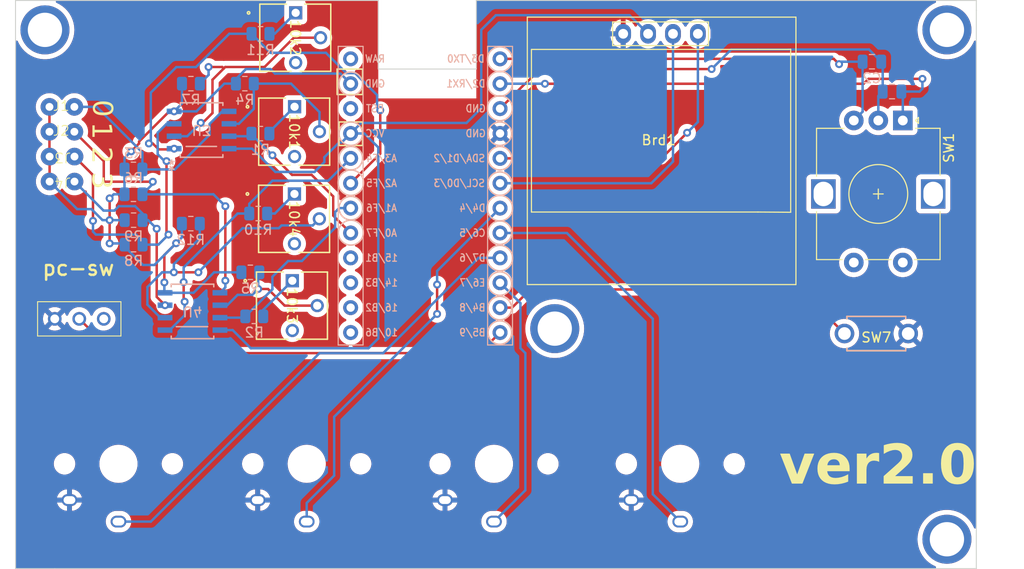
<source format=kicad_pcb>
(kicad_pcb (version 20221018) (generator pcbnew)
  (layers (0 "F.Cu" signal) (31 "B.Cu" signal) (34 "B.Paste" user) (35 "F.Paste" user) (36 "B.SilkS" user "B.Silkscreen") (37 "F.SilkS" user "F.Silkscreen") (38 "B.Mask" user) (39 "F.Mask" user) (44 "Edge.Cuts" user))
  (net 0 "")
  (net 1 "Net-(10k1-Pad1)")
  (net 2 "Net-(10k2-Pad1)")
  (net 3 "Net-(10k3-Pad1)")
  (net 4 "Net-(10k4-Pad1)")
  (net 5 "Net-(Brd1-SDA)")
  (net 6 "Net-(Brd1-SCL)")
  (net 7 "Net-(Brd1-GND)")
  (net 8 "Net-(Brd1-VCC)")
  (net 9 "Net-(C1-Pad1)")
  (net 10 "Net-(U1-D2{slash}RX1)")
  (net 11 "Net-(J1-Pin_1)")
  (net 12 "Net-(J1-Pin_2)")
  (net 13 "Net-(J2-Pin_2)")
  (net 14 "Net-(U3-BINPUT-)")
  (net 15 "Net-(U3-AINPUT-)")
  (net 17 "Net-(SW2-B)")
  (net 18 "Net-(U1-D7{slash}6)")
  (net 19 "Net-(U1-C6{slash}5)")
  (net 20 "Net-(U1-D4{slash}4)")
  (net 21 "Net-(U1-E6{slash}7)")
  (net 22 "Net-(U1-B4{slash}8)")
  (net 29 "Net-(U4-BINPUT-)")
  (net 30 "Net-(U4-AINPUT-)")
  (net 31 "Net-(U1-D3{slash}TX0)")
  (net 32 "Net-(J3-Pin_1)")
  (net 33 "Net-(J4-Pin_1)")
  (net 34 "Net-(U1-A0{slash}F7)")
  (net 35 "Net-(U1-A1{slash}F6)")
  (net 36 "Net-(U1-A3{slash}F4)")
  (net 37 "Net-(U1-A2{slash}F5)")
  (footprint "Rotary_Encoder:RotaryEncoder_Alps_EC12E-Switch_Vertical_H20mm" (layer "F.Cu") (at 260.6875 77.35 -90)
    (fp_text reference "SW1")
    (fp_text value "RotaryEncoder")
  )
  (footprint "Library 自作:3362P" (layer "F.Cu") (at 198.76 66.36 -90)
    (fp_text reference "10k2")
    (fp_text value "Varistor")
  )
  (footprint "Library 自作:3362P" (layer "F.Cu") (at 198.6475 75.9487 -90)
    (fp_text reference "10k1")
    (fp_text value "Varistor")
  )
  (footprint "keyboard:SW_PUSH_6x3mm" (layer "F.Cu") (at 257.9875 99.1)
    (fp_text reference "SW7")
    (fp_text value "SW_Push")
  )
  (footprint "Library 自作:2pin" (layer "F.Cu") (at 175.0025 83.185 180)
    (fp_text reference "J4")
    (fp_text value "Conn_01x02_Pin")
  )
  (footprint "keyboard:Kailh_Choc_V1" (layer "F.Cu") (at 237.9875 112.4)
    (fp_text reference "SW4")
    (fp_text value "SW_Push")
  )
  (footprint "" (layer "F.Cu") (at 265.1875 68.1)
    (fp_text reference "")
    (fp_text value "")
  )
  (footprint "keyboard:Kailh_Choc_V1" (layer "F.Cu") (at 199.8875 112.4)
    (fp_text reference "SW5")
    (fp_text value "SW_Push")
  )
  (footprint "Library 自作:2pin" (layer "F.Cu") (at 174.8475 78.9)
    (fp_text reference "J2")
    (fp_text value "Conn_01x02_Pin")
  )
  (footprint "Library 自作:128x64OLED2" (layer "F.Cu") (at 235.7875 79.1)
    (fp_text reference "Brd1")
    (fp_text value "SSD1306")
  )
  (footprint "keyboard:Kailh_Choc_V1" (layer "F.Cu") (at 180.6875 112.4)
    (fp_text reference "SW3")
    (fp_text value "SW_Push")
  )
  (footprint "Library 自作:SS12D00G3" (layer "F.Cu") (at 176.6875 97.6 180)
    (fp_text reference "SW2" hide)
    (fp_text value "SW_SPDT_321" hide)
  )
  (footprint "Library 自作:2pin" (layer "F.Cu") (at 175.0025 80.635 180)
    (fp_text reference "J3")
    (fp_text value "Conn_01x02_Pin")
  )
  (footprint "keyboard:Kailh_Choc_V1" (layer "F.Cu") (at 218.9875 112.4)
    (fp_text reference "SW6")
    (fp_text value "SW_Push")
  )
  (footprint "Library 自作:2pin" (layer "F.Cu") (at 174.8475 76.36)
    (fp_text reference "J1")
    (fp_text value "Conn_01x02_Pin")
  )
  (footprint "Library 自作:3362P" (layer "F.Cu") (at 198.4201 93.71 -90)
    (fp_text reference "10k3")
    (fp_text value "Varistor")
  )
  (footprint "Library 自作:3362P" (layer "F.Cu") (at 198.6375 84.85 -90)
    (fp_text reference "10k4")
    (fp_text value "Varistor")
  )
  (footprint "Library nezi:m3 nezi" (layer "F.Cu") (at 272.8075 122.64)
    (fp_text reference "J2" hide)
    (fp_text value "Conn_02x05" hide)
  )
  (footprint "" (layer "F.Cu") (at 173.1875 68.1)
    (fp_text reference "")
    (fp_text value "")
  )
  (footprint "" (layer "F.Cu") (at 225.1875 98.6)
    (fp_text reference "")
    (fp_text value "")
  )
  (footprint "Library opeanpu:NJR-SOP8_NJR" (layer "B.Cu") (at 188.23715 96.845)
    (fp_text reference "U4")
    (fp_text value "NJM4580E-ND")
  )
  (footprint "Resistor_SMD:R_0805_2012Metric" (layer "B.Cu") (at 188.0774 73.5887)
    (fp_text reference "R7")
    (fp_text value "10k")
  )
  (footprint "Resistor_SMD:R_0805_2012Metric" (layer "B.Cu") (at 194.9375 86.85)
    (fp_text reference "R10")
    (fp_text value "10k")
  )
  (footprint "Resistor_SMD:R_0805_2012Metric" (layer "B.Cu") (at 195.1774 68.5)
    (fp_text reference "R11")
    (fp_text value "10k")
  )
  (footprint "Resistor_SMD:R_0805_2012Metric" (layer "B.Cu") (at 195.1649 78.6887)
    (fp_text reference "R1")
    (fp_text value "10k")
  )
  (footprint "Resistor_SMD:R_0805_2012Metric" (layer "B.Cu") (at 194.5375 97.35)
    (fp_text reference "R2")
    (fp_text value "10k")
  )
  (footprint "keyboard:ProMicro" (layer "B.Cu") (at 211.9875 83.756 180)
    (fp_text reference "U1" hide)
    (fp_text value "ProMicro" hide)
  )
  (footprint "Resistor_SMD:R_0805_2012Metric" (layer "B.Cu") (at 188.06625 87.88)
    (fp_text reference "R12")
    (fp_text value "10k")
  )
  (footprint "Resistor_SMD:R_0805_2012Metric" (layer "B.Cu") (at 182.23 87.525)
    (fp_text reference "R9")
    (fp_text value "R")
  )
  (footprint "Capacitor_SMD:C_0805_2012Metric" (layer "B.Cu") (at 259.5875 74.4)
    (fp_text reference "C1" hide)
    (fp_text value "C")
  )
  (footprint "Resistor_SMD:R_0805_2012Metric" (layer "B.Cu") (at 194.1375 92.85)
    (fp_text reference "R5")
    (fp_text value "10k")
  )
  (footprint "Resistor_SMD:R_0805_2012Metric" (layer "B.Cu") (at 182.215 84.885 180)
    (fp_text reference "R6")
    (fp_text value "R")
  )
  (footprint "Resistor_SMD:R_0805_2012Metric" (layer "B.Cu") (at 193.5774 73.5887)
    (fp_text reference "R4")
    (fp_text value "10k")
  )
  (footprint "Library opeanpu:NJR-SOP8_NJR" (layer "B.Cu") (at 189.16455 78.3237)
    (fp_text reference "U3")
    (fp_text value "NJM4580E-ND")
  )
  (footprint "Capacitor_SMD:C_0805_2012Metric" (layer "B.Cu") (at 257.5375 71.35)
    (fp_text reference "C2")
    (fp_text value "C")
  )
  (footprint "Resistor_SMD:R_0805_2012Metric" (layer "B.Cu") (at 182.23 90.025)
    (fp_text reference "R8")
    (fp_text value "R")
  )
  (footprint "Resistor_SMD:R_0805_2012Metric" (layer "B.Cu") (at 182.215 82.345 180)
    (fp_text reference "R3")
    (fp_text value "R")
  )
  (gr_circle (center 219.5875 94) (end 220.7875 94) (stroke (width 0.15)) (fill none) (layer "B.SilkS"))
  (gr_circle (center 219.5875 86.3) (end 220.8875 86.3) (stroke (width 0.15)) (fill none) (layer "B.SilkS"))
  (gr_circle (center 204.3875 86.3) (end 205.5875 86.3) (stroke (width 0.15)) (fill none) (layer "B.SilkS"))
  (gr_circle (center 219.5875 73.6) (end 220.4875 74.5) (stroke (width 0.15)) (fill none) (layer "B.SilkS"))
  (gr_circle (center 204.3875 78.7) (end 205.5875 78.7) (stroke (width 0.15)) (fill none) (layer "B.SilkS"))
  (gr_circle (center 219.5875 71.1) (end 220.4875 72) (stroke (width 0.15)) (fill none) (layer "B.SilkS"))
  (gr_circle (center 219.5875 91.4) (end 220.8875 91.4) (stroke (width 0.15)) (fill none) (layer "B.SilkS"))
  (gr_circle (center 204.3875 88.8) (end 205.2875 89.7) (stroke (width 0.15)) (fill none) (layer "B.SilkS"))
  (gr_circle (center 219.5875 81.2) (end 220.7875 81.2) (stroke (width 0.15)) (fill none) (layer "B.SilkS"))
  (gr_circle (center 204.3875 73.6) (end 205.5875 73.6) (stroke (width 0.15)) (fill none) (layer "B.SilkS"))
  (gr_circle (center 204.3875 83.7) (end 205.6875 83.7) (stroke (width 0.15)) (fill none) (layer "B.SilkS"))
  (gr_line (start 186.5875 98.4) (end 189.7875 98.4) (stroke (width 0.15)) (layer "B.SilkS"))
  (gr_circle (center 204.3875 81.2) (end 205.5875 81.2) (stroke (width 0.15)) (fill none) (layer "B.SilkS"))
  (gr_circle (center 219.5875 83.8) (end 220.7875 83.8) (stroke (width 0.15)) (fill none) (layer "B.SilkS"))
  (gr_circle (center 219.5875 96.5) (end 220.7875 96.5) (stroke (width 0.15)) (fill none) (layer "B.SilkS"))
  (gr_circle (center 219.5875 88.8) (end 220.7875 88.8) (stroke (width 0.15)) (fill none) (layer "B.SilkS"))
  (gr_circle (center 219.5875 78.7) (end 220.7875 78.7) (stroke (width 0.15)) (fill none) (layer "B.SilkS"))
  (gr_circle (center 219.5875 99) (end 220.7875 99) (stroke (width 0.15)) (fill none) (layer "B.SilkS"))
  (gr_line (start 187.5875 80) (end 190.6875 80) (stroke (width 0.15)) (layer "B.SilkS"))
  (gr_circle (center 219.5875 76.1) (end 220.4875 77) (stroke (width 0.15)) (fill none) (layer "B.SilkS"))
  (gr_rect (start 203.1875 77.5) (end 205.5875 79.9) (stroke (width 0.15)) (fill none) (layer "F.SilkS"))
  (gr_rect (start 202.9875 72.1) (end 205.5875 74.7) (stroke (width 0.15)) (fill none) (layer "F.SilkS"))
  (gr_line (start 268.1875 123.1) (end 268.1875 66.1) (stroke (width 0.1)) (layer "Edge.Cuts"))
  (gr_line (start 207.1875 65.1) (end 170.1875 65.1) (stroke (width 0.1)) (layer "Edge.Cuts"))
  (gr_line (start 174.1875 123.1) (end 268.1875 123.1) (stroke (width 0.1)) (layer "Edge.Cuts"))
  (gr_line (start 170.1875 123.1) (end 174.1875 123.1) (stroke (width 0.1)) (layer "Edge.Cuts"))
  (gr_line (start 217.1875 72.1) (end 207.1875 72.1) (stroke (width 0.1)) (layer "Edge.Cuts"))
  (gr_line (start 268.1875 65.1) (end 268.1875 66.1) (stroke (width 0.1)) (layer "Edge.Cuts"))
  (gr_line (start 170.1875 65.1) (end 170.1875 123.1) (stroke (width 0.1)) (layer "Edge.Cuts"))
  (gr_line (start 217.1875 65.1) (end 217.1875 72.1) (stroke (width 0.1)) (layer "Edge.Cuts"))
  (gr_line (start 207.1875 65.1) (end 207.1875 72.1) (stroke (width 0.1)) (layer "Edge.Cuts"))
  (gr_line (start 217.1875 65.1) (end 268.1875 65.1) (stroke (width 0.1)) (layer "Edge.Cuts"))
  (gr_text "0" (at 180.4875 77 90) (layer "F.SilkS") (effects (font (size 2 2) (thickness 0.3)) (justify left bottom)))
  (gr_text "2" (at 177.6875 80 -90) (layer "F.SilkS") (effects (font (size 2 2) (thickness 0.3)) (justify left bottom)))
  (gr_text "ver2.0" (at 248.0875 115.1) (layer "F.SilkS") (effects (font (size 4 4) (thickness 0.3) bold) (justify left bottom)))
  (gr_text "pc-sw" (at 172.7875 93.3) (layer "F.SilkS") (effects (font (size 1.5 1.5) (thickness 0.25) bold) (justify left bottom)))
  (gr_text "1" (at 177.6875 77.5 270) (layer "F.SilkS") (effects (font (size 2 2) (thickness 0.3)) (justify left bottom)))
  (gr_text "3" (at 177.6875 82.6 270) (layer "F.SilkS") (effects (font (size 2 2)) (justify left bottom)))
  (segment (start 196.0774 78.6887) (end 196.0774 78.5188) (width 0.25) (layer "B.Cu") (net 1))
  (segment (start 196.0774 78.5188) (end 198.6475 75.9487) (width 0.25) (layer "B.Cu") (net 1))
  (segment (start 196.62 68.5) (end 198.76 66.36) (width 0.25) (layer "B.Cu") (net 2))
  (segment (start 196.0899 68.5) (end 196.62 68.5) (width 0.25) (layer "B.Cu") (net 2))
  (segment (start 195.45 97.35) (end 195.45 96.6801) (width 0.25) (layer "B.Cu") (net 3))
  (segment (start 195.45 96.6801) (end 198.4201 93.71) (width 0.25) (layer "B.Cu") (net 3))
  (segment (start 198.6375 84.85) (end 196.6375 86.85) (width 0.25) (layer "B.Cu") (net 4))
  (segment (start 196.6375 86.85) (end 195.85 86.85) (width 0.25) (layer "B.Cu") (net 4))
  (segment (start 236.0715 81.216) (end 219.6075 81.216) (width 0.25) (layer "F.Cu") (net 5))
  (segment (start 238.6875 78.6) (end 236.0715 81.216) (width 0.25) (layer "F.Cu") (net 5))
  (via (at 238.6875 78.6) (size 0.8) (drill 0.4) (layers "F.Cu" "B.Cu") (net 5))
  (segment (start 239.7875 68.5) (end 239.7875 77.5) (width 0.25) (layer "B.Cu") (net 5))
  (segment (start 239.7875 77.5) (end 238.6875 78.6) (width 0.25) (layer "B.Cu") (net 5))
  (segment (start 235.0315 83.756) (end 219.6075 83.756) (width 0.25) (layer "B.Cu") (net 6))
  (segment (start 237.2475 81.54) (end 235.0315 83.756) (width 0.25) (layer "B.Cu") (net 6))
  (segment (start 237.2475 68.5) (end 237.2475 81.54) (width 0.25) (layer "B.Cu") (net 6))
  (segment (start 175.1875 116.1) (end 175.6875 116.1) (width 0.25) (layer "F.Cu") (net 7))
  (segment (start 207.1875 80.1) (end 205.7635 78.676) (width 0.25) (layer "B.Cu") (net 8))
  (segment (start 232.8075 66.6) (end 219.1875 66.6) (width 0.25) (layer "B.Cu") (net 8))
  (segment (start 203.4435 79.6) (end 204.3675 78.676) (width 0.25) (layer "B.Cu") (net 8))
  (segment (start 191.0375 98.75) (end 192.3375 98.75) (width 0.25) (layer "B.Cu") (net 8))
  (segment (start 217.6875 76.1) (end 216.1875 77.6) (width 0.25) (layer "B.Cu") (net 8))
  (segment (start 219.1875 66.6) (end 217.6875 68.1) (width 0.25) (layer "B.Cu") (net 8))
  (segment (start 194.1875 100.6) (end 206.1875 100.6) (width 0.25) (layer "B.Cu") (net 8))
  (segment (start 217.6875 68.1) (end 217.6875 76.1) (width 0.25) (layer "B.Cu") (net 8))
  (segment (start 205.7635 78.676) (end 204.3675 78.676) (width 0.25) (layer "B.Cu") (net 8))
  (segment (start 201.6875 81.1) (end 203.1875 79.6) (width 0.25) (layer "B.Cu") (net 8))
  (segment (start 207.1875 99.6) (end 207.1875 80.1) (width 0.25) (layer "B.Cu") (net 8))
  (segment (start 192.3375 98.75) (end 194.1875 100.6) (width 0.25) (layer "B.Cu") (net 8))
  (segment (start 201.6875 81.6) (end 201.6875 81.1) (width 0.25) (layer "B.Cu") (net 8))
  (segment (start 206.1875 100.6) (end 207.1875 99.6) (width 0.25) (layer "B.Cu") (net 8))
  (segment (start 234.7075 68.5) (end 232.8075 66.6) (width 0.25) (layer "B.Cu") (net 8))
  (segment (start 191.9649 80.2287) (end 194.3162 80.2287) (width 0.25) (layer "B.Cu") (net 8))
  (segment (start 200.6875 82.6) (end 201.6875 81.6) (width 0.25) (layer "B.Cu") (net 8))
  (segment (start 194.3162 80.2287) (end 196.6875 82.6) (width 0.25) (layer "B.Cu") (net 8))
  (segment (start 216.1875 77.6) (end 205.4435 77.6) (width 0.25) (layer "B.Cu") (net 8))
  (segment (start 203.1875 79.6) (end 203.4435 79.6) (width 0.25) (layer "B.Cu") (net 8))
  (segment (start 196.6875 82.6) (end 200.6875 82.6) (width 0.25) (layer "B.Cu") (net 8))
  (segment (start 205.4435 77.6) (end 204.3675 78.676) (width 0.25) (layer "B.Cu") (net 8))
  (segment (start 241.1875 72.1) (end 223.6875 72.1) (width 0.25) (layer "F.Cu") (net 9))
  (segment (start 222.1875 73.6) (end 222.1435 73.6) (width 0.25) (layer "F.Cu") (net 9))
  (segment (start 222.1435 73.6) (end 219.6075 76.136) (width 0.25) (layer "F.Cu") (net 9))
  (segment (start 223.6875 72.1) (end 222.1875 73.6) (width 0.25) (layer "F.Cu") (net 9))
  (via (at 241.1875 72.1) (size 0.8) (drill 0.4) (layers "F.Cu" "B.Cu") (net 9))
  (segment (start 258.6375 74.4) (end 258.6375 71.5) (width 0.25) (layer "B.Cu") (net 9))
  (segment (start 241.1875 72.1) (end 243.1875 70.1) (width 0.25) (layer "B.Cu") (net 9))
  (segment (start 257.2375 70.1) (end 258.4875 71.35) (width 0.25) (layer "B.Cu") (net 9))
  (segment (start 258.1875 74.85) (end 258.6375 74.4) (width 0.25) (layer "B.Cu") (net 9))
  (segment (start 258.1875 77.35) (end 258.1875 74.85) (width 0.25) (layer "B.Cu") (net 9))
  (segment (start 258.6375 71.5) (end 258.4875 71.35) (width 0.25) (layer "B.Cu") (net 9))
  (segment (start 243.1875 70.1) (end 257.2375 70.1) (width 0.25) (layer "B.Cu") (net 9))
  (segment (start 224.1875 73.6) (end 256.6875 73.6) (width 0.25) (layer "F.Cu") (net 10))
  (segment (start 256.6875 73.6) (end 257.1875 73.1) (width 0.25) (layer "F.Cu") (net 10))
  (segment (start 257.1875 73.1) (end 262.6875 73.1) (width 0.25) (layer "F.Cu") (net 10))
  (via (at 224.1875 73.6) (size 0.8) (drill 0.4) (layers "F.Cu" "B.Cu") (net 10))
  (via (at 262.6875 73.1) (size 0.8) (drill 0.4) (layers "F.Cu" "B.Cu") (net 10))
  (segment (start 260.5375 74.4) (end 262.3875 74.4) (width 0.25) (layer "B.Cu") (net 10))
  (segment (start 262.6875 74.1) (end 262.6875 73.1) (width 0.25) (layer "B.Cu") (net 10))
  (segment (start 262.3875 74.4) (end 262.6875 74.1) (width 0.25) (layer "B.Cu") (net 10))
  (segment (start 260.6875 77.35) (end 260.6875 74.55) (width 0.25) (layer "B.Cu") (net 10))
  (segment (start 224.1835 73.596) (end 219.6075 73.596) (width 0.25) (layer "B.Cu") (net 10))
  (segment (start 224.1875 73.6) (end 224.1835 73.596) (width 0.25) (layer "B.Cu") (net 10))
  (segment (start 260.6875 74.55) (end 260.5375 74.4) (width 0.25) (layer "B.Cu") (net 10))
  (segment (start 173.6475 78.5) (end 173.6475 81.02) (width 0.25) (layer "F.Cu") (net 11))
  (segment (start 182.7875 79.5) (end 185.8688 76.4187) (width 0.25) (layer "F.Cu") (net 11))
  (segment (start 185.8688 76.4187) (end 186.3642 76.4187) (width 0.25) (layer "F.Cu") (net 11))
  (segment (start 173.6475 81.02) (end 173.6625 81.035) (width 0.25) (layer "F.Cu") (net 11))
  (segment (start 179.7875 85.3) (end 179.7875 87.525) (width 0.25) (layer "F.Cu") (net 11))
  (segment (start 179.7875 87.525) (end 179.7875 89.9) (width 0.25) (layer "F.Cu") (net 11))
  (segment (start 185.36625 91.08) (end 185.36625 93.88) (width 0.25) (layer "F.Cu") (net 11))
  (segment (start 182.7875 79.7) (end 182.7875 79.5) (width 0.25) (layer "F.Cu") (net 11))
  (segment (start 181.9875 80.5) (end 182.7875 79.7) (width 0.25) (layer "F.Cu") (net 11))
  (segment (start 186.56625 89.88) (end 185.36625 91.08) (width 0.25) (layer "F.Cu") (net 11))
  (segment (start 173.6625 81.035) (end 173.6625 83.585) (width 0.25) (layer "F.Cu") (net 11))
  (segment (start 173.6475 75.96) (end 173.6475 78.5) (width 0.25) (layer "F.Cu") (net 11))
  (via (at 179.7875 87.525) (size 0.8) (drill 0.4) (layers "F.Cu" "B.Cu") (net 11))
  (via (at 181.9875 80.5) (size 0.8) (drill 0.4) (layers "F.Cu" "B.Cu") (net 11))
  (via (at 179.7875 85.3) (size 0.8) (drill 0.4) (layers "F.Cu" "B.Cu") (net 11))
  (via (at 179.7875 89.9) (size 0.8) (drill 0.4) (layers "F.Cu" "B.Cu") (net 11))
  (via (at 186.56625 89.88) (size 0.8) (drill 0.4) (layers "F.Cu" "B.Cu") (net 11))
  (via (at 185.36625 93.88) (size 0.8) (drill 0.4) (layers "F.Cu" "B.Cu") (net 11))
  (via (at 186.3642 76.4187) (size 0.8) (drill 0.4) (layers "F.Cu" "B.Cu") (net 11))
  (segment (start 180.2025 84.885) (end 179.7875 85.3) (width 0.25) (layer "B.Cu") (net 11))
  (segment (start 185.36625 93.88) (end 185.36625 94.86945) (width 0.25) (layer "B.Cu") (net 11))
  (segment (start 181.3025 81.185) (end 181.9875 80.5) (width 0.25) (layer "B.Cu") (net 11))
  (segment (start 193.225 92.85) (end 190.4375 92.85) (width 0.25) (layer "B.Cu") (net 11))
  (segment (start 179.7875 87.525) (end 181.3175 87.525) (width 0.25) (layer "B.Cu") (net 11))
  (segment (start 204.3675 73.596) (end 203.3352 72.5637) (width 0.25) (layer "B.Cu") (net 11))
  (segment (start 179.7875 89.9) (end 181.1925 89.9) (width 0.25) (layer "B.Cu") (net 11))
  (segment (start 196.6512 72.5637) (end 196.1875 72.1) (width 0.25) (layer "B.Cu") (net 11))
  (segment (start 187.15375 89.2925) (end 186.56625 89.88) (width 0.25) (layer "B.Cu") (net 11))
  (segment (start 188.3475 94.94) (end 185.4368 94.94) (width 0.25) (layer "B.Cu") (net 11))
  (segment (start 203.3352 72.5637) (end 196.6512 72.5637) (width 0.25) (layer "B.Cu") (net 11))
  (segment (start 185.36625 94.86945) (end 185.4368 94.94) (width 0.25) (layer "B.Cu") (net 11))
  (segment (start 192.6649 73.5887) (end 191.4774 73.5887) (width 0.25) (layer "B.Cu") (net 11))
  (segment (start 181.3175 90.025) (end 181.3175 90.23) (width 0.25) (layer "B.Cu") (net 11))
  (segment (start 187.15375 87.88) (end 187.15375 89.2925) (width 0.25) (layer "B.Cu") (net 11))
  (segment (start 177.9375 86.4) (end 179.0625 87.525) (width 0.25) (layer "B.Cu") (net 11))
  (segment (start 181.3025 84.885) (end 180.2025 84.885) (width 0.25) (layer "B.Cu") (net 11))
  (segment (start 183.1875 92.1) (end 184.34625 92.1) (width 0.25) (layer "B.Cu") (net 11))
  (segment (start 181.1925 89.9) (end 181.3175 90.025) (width 0.25) (layer "B.Cu") (net 11))
  (segment (start 188.6474 76.4187) (end 186.3642 76.4187) (width 0.25) (layer "B.Cu") (net 11))
  (segment (start 190.4375 92.85) (end 188.3475 94.94) (width 0.25) (layer "B.Cu") (net 11))
  (segment (start 193.6875 72.1) (end 192.6649 73.1226) (width 0.25) (layer "B.Cu") (net 11))
  (segment (start 181.3025 82.345) (end 181.3025 81.185) (width 0.25) (layer "B.Cu") (net 11))
  (segment (start 196.1875 72.1) (end 193.6875 72.1) (width 0.25) (layer "B.Cu") (net 11))
  (segment (start 181.3175 90.23) (end 183.1875 92.1) (width 0.25) (layer "B.Cu") (net 11))
  (segment (start 173.6625 83.585) (end 176.4775 86.4) (width 0.25) (layer "B.Cu") (net 11))
  (segment (start 192.6649 73.1226) (end 192.6649 73.5887) (width 0.25) (layer "B.Cu") (net 11))
  (segment (start 176.4775 86.4) (end 177.9375 86.4) (width 0.25) (layer "B.Cu") (net 11))
  (segment (start 184.34625 92.1) (end 186.56625 89.88) (width 0.25) (layer "B.Cu") (net 11))
  (segment (start 179.0625 87.525) (end 179.7875 87.525) (width 0.25) (layer "B.Cu") (net 11))
  (segment (start 187.1649 75.618) (end 186.3642 76.4187) (width 0.25) (layer "B.Cu") (net 11))
  (segment (start 181.3025 82.345) (end 181.3025 84.885) (width 0.25) (layer "B.Cu") (net 11))
  (segment (start 191.4774 73.5887) (end 188.6474 76.4187) (width 0.25) (layer "B.Cu") (net 11))
  (segment (start 187.1649 73.5887) (end 187.1649 75.618) (width 0.25) (layer "B.Cu") (net 11))
  (segment (start 183.1275 82.345) (end 186.4425 82.345) (width 0.25) (layer "B.Cu") (net 12))
  (segment (start 189.9875 77.7) (end 191.2688 76.4187) (width 0.25) (layer "B.Cu") (net 12))
  (segment (start 183.1275 83.34) (end 183.1275 82.345) (width 0.25) (layer "B.Cu") (net 12))
  (segment (start 186.4425 82.345) (end 189.9875 78.8) (width 0.25) (layer "B.Cu") (net 12))
  (segment (start 189.9875 78.8) (end 189.9875 77.7) (width 0.25) (layer "B.Cu") (net 12))
  (segment (start 183.1275 80.614695) (end 183.1275 82.345) (width 0.25) (layer "B.Cu") (net 12))
  (segment (start 182.9425 83.525) (end 183.1275 83.34) (width 0.25) (layer "B.Cu") (net 12))
  (segment (start 176.1875 75.96) (end 178.472805 75.96) (width 0.25) (layer "B.Cu") (net 12))
  (segment (start 191.2688 76.4187) (end 191.9649 76.4187) (width 0.25) (layer "B.Cu") (net 12))
  (segment (start 178.472805 75.96) (end 183.1275 80.614695) (width 0.25) (layer "B.Cu") (net 12))
  (segment (start 184.1875 83.6) (end 179.1875 83.6) (width 0.25) (layer "F.Cu") (net 13))
  (segment (start 191.5875 86.1) (end 191.5875 93.7) (width 0.25) (layer "F.Cu") (net 13))
  (segment (start 179.1875 81.5) (end 176.1875 78.5) (width 0.25) (layer "F.Cu") (net 13))
  (segment (start 179.1875 83.6) (end 179.1875 81.5) (width 0.25) (layer "F.Cu") (net 13))
  (via (at 191.5875 86.1) (size 0.8) (drill 0.4) (layers "F.Cu" "B.Cu") (net 13))
  (via (at 191.5875 93.7) (size 0.8) (drill 0.4) (layers "F.Cu" "B.Cu") (net 13))
  (via (at 184.1875 83.6) (size 0.8) (drill 0.4) (layers "F.Cu" "B.Cu") (net 13))
  (segment (start 184.1875 83.6) (end 184.1875 83.825) (width 0.25) (layer "B.Cu") (net 13))
  (segment (start 191.5875 93.7) (end 191.5875 94.39) (width 0.25) (layer "B.Cu") (net 13))
  (segment (start 190.3725 84.885) (end 191.5875 86.1) (width 0.25) (layer "B.Cu") (net 13))
  (segment (start 184.1875 83.825) (end 183.1275 84.885) (width 0.25) (layer "B.Cu") (net 13))
  (segment (start 183.1275 84.885) (end 190.3725 84.885) (width 0.25) (layer "B.Cu") (net 13))
  (segment (start 191.5875 94.39) (end 191.0375 94.94) (width 0.25) (layer "B.Cu") (net 13))
  (segment (start 194.4899 76.1637) (end 192.9649 77.6887) (width 0.25) (layer "B.Cu") (net 14))
  (segment (start 192.9649 77.6887) (end 191.9649 77.6887) (width 0.25) (layer "B.Cu") (net 14))
  (segment (start 194.4899 73.5887) (end 194.4899 76.1637) (width 0.25) (layer "B.Cu") (net 14))
  (segment (start 201.1875 78.4887) (end 201.1875 76.4925) (width 0.25) (layer "B.Cu") (net 14))
  (segment (start 198.2837 73.5887) (end 194.4899 73.5887) (width 0.25) (layer "B.Cu") (net 14))
  (segment (start 201.1875 76.4925) (end 198.2837 73.5887) (width 0.25) (layer "B.Cu") (net 14))
  (segment (start 190.2774 73.1887) (end 190.2774 76.5887) (width 0.25) (layer "F.Cu") (net 15))
  (segment (start 191.4274 72.0387) (end 190.2774 73.1887) (width 0.25) (layer "F.Cu") (net 15))
  (segment (start 190.2774 76.5887) (end 189.2774 77.5887) (width 0.25) (layer "F.Cu") (net 15))
  (segment (start 198.5774 68.9) (end 195.5887 71.8887) (width 0.25) (layer "F.Cu") (net 15))
  (segment (start 195.5887 71.8887) (end 191.5774 71.8887) (width 0.25) (layer "F.Cu") (net 15))
  (segment (start 201.3 68.9) (end 198.5774 68.9) (width 0.25) (layer "F.Cu") (net 15))
  (segment (start 191.2774 71.8887) (end 189.8774 71.8887) (width 0.25) (layer "F.Cu") (net 15))
  (segment (start 189.2774 77.5887) (end 189.0774 77.5887) (width 0.25) (layer "F.Cu") (net 15))
  (segment (start 191.4274 72.0387) (end 191.2774 71.8887) (width 0.25) (layer "F.Cu") (net 15))
  (segment (start 191.5774 71.8887) (end 191.4274 72.0387) (width 0.25) (layer "F.Cu") (net 15))
  (via (at 189.0774 77.5887) (size 0.8) (drill 0.4) (layers "F.Cu" "B.Cu") (net 15))
  (via (at 189.8774 71.8887) (size 0.8) (drill 0.4) (layers "F.Cu" "B.Cu") (net 15))
  (segment (start 187.7074 78.9587) (end 186.3642 78.9587) (width 0.25) (layer "B.Cu") (net 15))
  (segment (start 189.0774 77.5887) (end 187.7074 78.9587) (width 0.25) (layer "B.Cu") (net 15))
  (segment (start 189.8774 71.8887) (end 189.8774 72.7012) (width 0.25) (layer "B.Cu") (net 15))
  (segment (start 189.8774 72.7012) (end 188.9899 73.5887) (width 0.25) (layer "B.Cu") (net 15))
  (segment (start 217.5035 101.1) (end 219.6075 98.996) (width 0.25) (layer "F.Cu") (net 17))
  (segment (start 180.1875 101.1) (end 217.5035 101.1) (width 0.25) (layer "F.Cu") (net 17))
  (segment (start 176.6875 97.6) (end 180.1875 101.1) (width 0.25) (layer "F.Cu") (net 17))
  (segment (start 217.4115 91.376) (end 219.6075 91.376) (width 0.25) (layer "B.Cu") (net 18))
  (segment (start 183.9875 118.3) (end 201.1875 101.1) (width 0.25) (layer "B.Cu") (net 18))
  (segment (start 180.6875 118.3) (end 183.9875 118.3) (width 0.25) (layer "B.Cu") (net 18))
  (segment (start 201.1875 101.1) (end 207.6875 101.1) (width 0.25) (layer "B.Cu") (net 18))
  (segment (start 207.6875 101.1) (end 217.4115 91.376) (width 0.25) (layer "B.Cu") (net 18))
  (segment (start 235.1875 115.5) (end 235.1875 97.6) (width 0.25) (layer "B.Cu") (net 19))
  (segment (start 235.1875 97.6) (end 226.4235 88.836) (width 0.25) (layer "B.Cu") (net 19))
  (segment (start 226.4235 88.836) (end 219.6075 88.836) (width 0.25) (layer "B.Cu") (net 19))
  (segment (start 237.9875 118.3) (end 235.1875 115.5) (width 0.25) (layer "B.Cu") (net 19))
  (segment (start 213.1875 97.1) (end 213.1875 94.1) (width 0.25) (layer "F.Cu") (net 20))
  (via (at 213.1875 94.1) (size 0.8) (drill 0.4) (layers "F.Cu" "B.Cu") (net 20))
  (via (at 213.1875 97.1) (size 0.8) (drill 0.4) (layers "F.Cu" "B.Cu") (net 20))
  (segment (start 199.8875 118.3) (end 199.8875 116.4) (width 0.25) (layer "B.Cu") (net 20))
  (segment (start 202.6875 113.6) (end 202.6875 107.6) (width 0.25) (layer "B.Cu") (net 20))
  (segment (start 213.1875 92.716) (end 219.6075 86.296) (width 0.25) (layer "B.Cu") (net 20))
  (segment (start 202.6875 107.6) (end 213.1875 97.1) (width 0.25) (layer "B.Cu") (net 20))
  (segment (start 199.8875 116.4) (end 202.6875 113.6) (width 0.25) (layer "B.Cu") (net 20))
  (segment (start 213.1875 94.1) (end 213.1875 92.716) (width 0.25) (layer "B.Cu") (net 20))
  (segment (start 221.6875 100.6) (end 221.6875 95.996) (width 0.25) (layer "B.Cu") (net 21))
  (segment (start 222.1875 115.1) (end 222.1875 101.1) (width 0.25) (layer "B.Cu") (net 21))
  (segment (start 222.1875 101.1) (end 221.6875 100.6) (width 0.25) (layer "B.Cu") (net 21))
  (segment (start 218.9875 118.3) (end 222.1875 115.1) (width 0.25) (layer "B.Cu") (net 21))
  (segment (start 221.6875 95.996) (end 219.6075 93.916) (width 0.25) (layer "B.Cu") (net 21))
  (segment (start 220.8315 96.456) (end 222.6875 94.6) (width 0.25) (layer "F.Cu") (net 22))
  (segment (start 219.6075 96.456) (end 220.8315 96.456) (width 0.25) (layer "F.Cu") (net 22))
  (segment (start 222.6875 94.6) (end 250.2375 94.6) (width 0.25) (layer "F.Cu") (net 22))
  (segment (start 250.2375 94.6) (end 254.7375 99.1) (width 0.25) (layer "F.Cu") (net 22))
  (segment (start 195.9375 94.55) (end 197.6375 96.25) (width 0.25) (layer "F.Cu") (net 29))
  (segment (start 194.9375 94.55) (end 195.9375 94.55) (width 0.25) (layer "F.Cu") (net 29))
  (segment (start 197.6375 96.25) (end 200.9601 96.25) (width 0.25) (layer "F.Cu") (net 29))
  (via (at 194.9375 94.55) (size 0.8) (drill 0.4) (layers "F.Cu" "B.Cu") (net 29))
  (segment (start 194.9375 94.55) (end 194.3375 95.15) (width 0.25) (layer "B.Cu") (net 29))
  (segment (start 194.3375 95.15) (end 192.8375 95.15) (width 0.25) (layer "B.Cu") (net 29))
  (segment (start 191.7775 96.21) (end 191.0375 96.21) (width 0.25) (layer "B.Cu") (net 29))
  (segment (start 194.9375 94.55) (end 194.9375 92.9625) (width 0.25) (layer "B.Cu") (net 29))
  (segment (start 192.8375 95.15) (end 191.7775 96.21) (width 0.25) (layer "B.Cu") (net 29))
  (segment (start 194.9375 92.9625) (end 195.05 92.85) (width 0.25) (layer "B.Cu") (net 29))
  (segment (start 188.8375 92.85) (end 186.3375 92.85) (width 0.25) (layer "F.Cu") (net 30))
  (via (at 188.8375 92.85) (size 0.8) (drill 0.4) (layers "F.Cu" "B.Cu") (net 30))
  (via (at 186.3375 92.85) (size 0.8) (drill 0.4) (layers "F.Cu" "B.Cu") (net 30))
  (segment (start 200.5044 88.0631) (end 197.3244 88.0631) (width 0.25) (layer "B.Cu") (net 30))
  (segment (start 188.97875 89.3675) (end 186.3375 92.00875) (width 0.25) (layer "B.Cu") (net 30))
  (segment (start 197.0375 88.35) (end 193.3375 88.35) (width 0.25) (layer "B.Cu") (net 30))
  (segment (start 184.9675 97.48) (end 185.4368 97.48) (width 0.25) (layer "B.Cu") (net 30))
  (segment (start 193.3375 88.35) (end 188.8375 92.85) (width 0.25) (layer "B.Cu") (net 30))
  (segment (start 197.3244 88.0631) (end 197.0375 88.35) (width 0.25) (layer "B.Cu") (net 30))
  (segment (start 201.1775 87.39) (end 200.5044 88.0631) (width 0.25) (layer "B.Cu") (net 30))
  (segment (start 186.3375 92.85) (end 185.1375 92.85) (width 0.25) (layer "B.Cu") (net 30))
  (segment (start 186.3375 92.00875) (end 186.3375 92.85) (width 0.25) (layer "B.Cu") (net 30))
  (segment (start 183.6375 96.15) (end 184.9675 97.48) (width 0.25) (layer "B.Cu") (net 30))
  (segment (start 185.1375 92.85) (end 183.6375 94.35) (width 0.25) (layer "B.Cu") (net 30))
  (segment (start 183.6375 94.35) (end 183.6375 96.15) (width 0.25) (layer "B.Cu") (net 30))
  (segment (start 188.97875 87.88) (end 188.97875 89.3675) (width 0.25) (layer "B.Cu") (net 30))
  (segment (start 253.6435 71.056) (end 219.6075 71.056) (width 0.25) (layer "F.Cu") (net 31))
  (segment (start 254.1875 71.6) (end 253.6435 71.056) (width 0.25) (layer "F.Cu") (net 31))
  (via (at 254.1875 71.6) (size 0.8) (drill 0.4) (layers "F.Cu" "B.Cu") (net 31))
  (segment (start 254.4375 71.35) (end 254.1875 71.6) (width 0.25) (layer "B.Cu") (net 31))
  (segment (start 256.5875 71.35) (end 256.5875 76.45) (width 0.25) (layer "B.Cu") (net 31))
  (segment (start 256.5875 71.35) (end 254.4375 71.35) (width 0.25) (layer "B.Cu") (net 31))
  (segment (start 256.5875 76.45) (end 255.6875 77.35) (width 0.25) (layer "B.Cu") (net 31))
  (segment (start 185.5875 88.8) (end 185.5875 81.5) (width 0.25) (layer "F.Cu") (net 32))
  (segment (start 185.7875 89) (end 185.5875 88.8) (width 0.25) (layer "F.Cu") (net 32))
  (segment (start 178.0875 82.92) (end 178.0875 87.6) (width 0.25) (layer "F.Cu") (net 32))
  (segment (start 176.2025 81.035) (end 178.0875 82.92) (width 0.25) (layer "F.Cu") (net 32))
  (via (at 185.7875 89) (size 0.8) (drill 0.4) (layers "F.Cu" "B.Cu") (net 32))
  (via (at 178.0875 87.6) (size 0.8) (drill 0.4) (layers "F.Cu" "B.Cu") (net 32))
  (via (at 185.5875 81.5) (size 0.8) (drill 0.4) (layers "F.Cu" "B.Cu") (net 32))
  (segment (start 178.0875 87.6) (end 178.0875 88.7) (width 0.25) (layer "B.Cu") (net 32))
  (segment (start 184.6875 78.6) (end 185.5988 77.6887) (width 0.25) (layer "B.Cu") (net 32))
  (segment (start 178.3875 89) (end 182.4875 89) (width 0.25) (layer "B.Cu") (net 32))
  (segment (start 183.1425 90.025) (end 184.7625 90.025) (width 0.25) (layer "B.Cu") (net 32))
  (segment (start 183.1425 90.025) (end 183.1425 90.4125) (width 0.25) (layer "B.Cu") (net 32))
  (segment (start 184.6875 80.8) (end 184.6875 78.6) (width 0.25) (layer "B.Cu") (net 32))
  (segment (start 184.7625 90.025) (end 185.7875 89) (width 0.25) (layer "B.Cu") (net 32))
  (segment (start 185.3875 81.5) (end 184.6875 80.8) (width 0.25) (layer "B.Cu") (net 32))
  (segment (start 176.3875 81.24) (end 176.1875 81.04) (width 0.25) (layer "B.Cu") (net 32))
  (segment (start 183.1425 89.655) (end 183.1425 90.025) (width 0.25) (layer "B.Cu") (net 32))
  (segment (start 185.5875 81.5) (end 185.3875 81.5) (width 0.25) (layer "B.Cu") (net 32))
  (segment (start 182.4875 89) (end 183.1425 89.655) (width 0.25) (layer "B.Cu") (net 32))
  (segment (start 178.0875 88.7) (end 178.3875 89) (width 0.25) (layer "B.Cu") (net 32))
  (segment (start 185.5988 77.6887) (end 186.3642 77.6887) (width 0.25) (layer "B.Cu") (net 32))
  (segment (start 184.5875 88.4) (end 184.5875 95.3607) (width 0.25) (layer "F.Cu") (net 33))
  (segment (start 184.5875 95.3607) (end 185.4368 96.21) (width 0.25) (layer "F.Cu") (net 33))
  (via (at 185.4368 96.21) (size 0.8) (drill 0.4) (layers "F.Cu" "B.Cu") (net 33))
  (via (at 184.5875 88.4) (size 0.8) (drill 0.4) (layers "F.Cu" "B.Cu") (net 33))
  (segment (start 176.2025 83.585) (end 179.1675 86.55) (width 0.25) (layer "B.Cu") (net 33))
  (segment (start 183.1425 87.525) (end 183.7125 87.525) (width 0.25) (layer "B.Cu") (net 33))
  (segment (start 182.3875 86.1) (end 183.1425 86.855) (width 0.25) (layer "B.Cu") (net 33))
  (segment (start 180.723896 86.1) (end 182.3875 86.1) (width 0.25) (layer "B.Cu") (net 33))
  (segment (start 183.1425 86.855) (end 183.1425 87.525) (width 0.25) (layer "B.Cu") (net 33))
  (segment (start 176.3475 83.74) (end 176.1875 83.58) (width 0.25) (layer "B.Cu") (net 33))
  (segment (start 183.7125 87.525) (end 184.5875 88.4) (width 0.25) (layer "B.Cu") (net 33))
  (segment (start 180.273896 86.55) (end 180.723896 86.1) (width 0.25) (layer "B.Cu") (net 33))
  (segment (start 179.1675 86.55) (end 180.273896 86.55) (width 0.25) (layer "B.Cu") (net 33))
  (segment (start 202.5875 85.1) (end 202.5875 87.056) (width 0.25) (layer "F.Cu") (net 34))
  (segment (start 200.3875 82.9) (end 202.5875 85.1) (width 0.25) (layer "F.Cu") (net 34))
  (segment (start 196.3875 80.9) (end 198.3875 82.9) (width 0.25) (layer "F.Cu") (net 34))
  (segment (start 202.5875 87.056) (end 204.3675 88.836) (width 0.25) (layer "F.Cu") (net 34))
  (segment (start 198.3875 82.9) (end 200.3875 82.9) (width 0.25) (layer "F.Cu") (net 34))
  (via (at 196.3875 80.9) (size 0.8) (drill 0.4) (layers "F.Cu" "B.Cu") (net 34))
  (segment (start 191.9649 78.9587) (end 193.9824 78.9587) (width 0.25) (layer "B.Cu") (net 34))
  (segment (start 194.2524 78.7649) (end 196.3875 80.9) (width 0.25) (layer "B.Cu") (net 34))
  (segment (start 194.2524 78.6887) (end 194.2524 78.7649) (width 0.25) (layer "B.Cu") (net 34))
  (segment (start 193.9824 78.9587) (end 194.2524 78.6887) (width 0.25) (layer "B.Cu") (net 34))
  (segment (start 193.625 97.35) (end 196.3875 94.5875) (width 0.25) (layer "B.Cu") (net 35))
  (segment (start 199.3875 91.7) (end 202.7875 88.3) (width 0.25) (layer "B.Cu") (net 35))
  (segment (start 202.7875 88.3) (end 202.7875 86.7) (width 0.25) (layer "B.Cu") (net 35))
  (segment (start 196.3875 94.5875) (end 196.3875 93.3) (width 0.25) (layer "B.Cu") (net 35))
  (segment (start 203.1915 86.296) (end 204.3675 86.296) (width 0.25) (layer "B.Cu") (net 35))
  (segment (start 197.9875 91.7) (end 199.3875 91.7) (width 0.25) (layer "B.Cu") (net 35))
  (segment (start 191.0375 97.48) (end 193.495 97.48) (width 0.25) (layer "B.Cu") (net 35))
  (segment (start 196.3875 93.3) (end 197.9875 91.7) (width 0.25) (layer "B.Cu") (net 35))
  (segment (start 202.7875 86.7) (end 203.1915 86.296) (width 0.25) (layer "B.Cu") (net 35))
  (segment (start 193.495 97.48) (end 193.625 97.35) (width 0.25) (layer "B.Cu") (net 35))
  (segment (start 187.3375 95.75) (end 187.4375 95.85) (width 0.25) (layer "F.Cu") (net 36))
  (segment (start 187.3375 93.85) (end 187.3375 95.75) (width 0.25) (layer "F.Cu") (net 36))
  (via (at 187.3375 93.85) (size 0.8) (drill 0.4) (layers "F.Cu" "B.Cu") (net 36))
  (via (at 187.4375 95.85) (size 0.8) (drill 0.4) (layers "F.Cu" "B.Cu") (net 36))
  (segment (start 187.4375 95.85) (end 187.4375 97.22555) (width 0.25) (layer "B.Cu") (net 36))
  (segment (start 194.025 85.8625) (end 196.3875 83.5) (width 0.25) (layer "B.Cu") (net 36))
  (segment (start 185.91305 98.75) (end 185.4368 98.75) (width 0.25) (layer "B.Cu") (net 36))
  (segment (start 187.4375 97.22555) (end 185.91305 98.75) (width 0.25) (layer "B.Cu") (net 36))
  (segment (start 194.025 86.85) (end 192.8375 86.85) (width 0.25) (layer "B.Cu") (net 36))
  (segment (start 190.8375 88.85) (end 187.3375 92.35) (width 0.25) (layer "B.Cu") (net 36))
  (segment (start 187.3375 92.35) (end 187.3375 93.85) (width 0.25) (layer "B.Cu") (net 36))
  (segment (start 192.8375 86.85) (end 190.8375 88.85) (width 0.25) (layer "B.Cu") (net 36))
  (segment (start 202.0835 83.5) (end 204.3675 81.216) (width 0.25) (layer "B.Cu") (net 36))
  (segment (start 196.3875 83.5) (end 202.0835 83.5) (width 0.25) (layer "B.Cu") (net 36))
  (segment (start 194.025 86.85) (end 194.025 85.8625) (width 0.25) (layer "B.Cu") (net 36))
  (segment (start 207.3875 80.736) (end 204.3675 83.756) (width 0.25) (layer "F.Cu") (net 37))
  (segment (start 186.2929 80.3) (end 186.3642 80.2287) (width 0.25) (layer "F.Cu") (net 37))
  (segment (start 207.3875 76.3) (end 207.3875 80.736) (width 0.25) (layer "F.Cu") (net 37))
  (segment (start 184.7875 80.3) (end 186.2929 80.3) (width 0.25) (layer "F.Cu") (net 37))
  (segment (start 183.7875 79.7) (end 184.1875 79.7) (width 0.25) (layer "F.Cu") (net 37))
  (segment (start 184.1875 79.7) (end 184.7875 80.3) (width 0.25) (layer "F.Cu") (net 37))
  (via (at 186.3642 80.2287) (size 0.8) (drill 0.4) (layers "F.Cu" "B.Cu") (net 37))
  (via (at 183.7875 79.7) (size 0.8) (drill 0.4) (layers "F.Cu" "B.Cu") (net 37))
  (via (at 207.3875 76.3) (size 0.8) (drill 0.4) (layers "F.Cu" "B.Cu") (net 37))
  (segment (start 207.0625 74.753749) (end 207.0625 75.975) (width 0.25) (layer "B.Cu") (net 37))
  (segment (start 186.5875 71.9) (end 185.7875 72.7) (width 0.25) (layer "B.Cu") (net 37))
  (segment (start 204.817751 72.509) (end 207.0625 74.753749) (width 0.25) (layer "B.Cu") (net 37))
  (segment (start 201.850149 70.4419) (end 203.917249 72.509) (width 0.25) (layer "B.Cu") (net 37))
  (segment (start 183.9875 74.5) (end 183.9875 76.5) (width 0.25) (layer "B.Cu") (net 37))
  (segment (start 203.917249 72.509) (end 204.817751 72.509) (width 0.25) (layer "B.Cu") (net 37))
  (segment (start 196.2068 70.4419) (end 201.850149 70.4419) (width 0.25) (layer "B.Cu") (net 37))
  (segment (start 188.5875 71.9) (end 186.5875 71.9) (width 0.25) (layer "B.Cu") (net 37))
  (segment (start 183.9875 79.5) (end 183.7875 79.7) (width 0.25) (layer "B.Cu") (net 37))
  (segment (start 207.0625 75.975) (end 207.3875 76.3) (width 0.25) (layer "B.Cu") (net 37))
  (segment (start 194.2649 68.5) (end 196.2068 70.4419) (width 0.25) (layer "B.Cu") (net 37))
  (segment (start 194.2649 68.5) (end 191.9875 68.5) (width 0.25) (layer "B.Cu") (net 37))
  (segment (start 185.7875 72.7) (end 183.9875 74.5) (width 0.25) (layer "B.Cu") (net 37))
  (segment (start 191.9875 68.5) (end 188.5875 71.9) (width 0.25) (layer "B.Cu") (net 37))
  (segment (start 183.9875 76.5) (end 183.9875 79.5) (width 0.25) (layer "B.Cu") (net 37))
  (zone (net 7) (net_name "Net-(Brd1-GND)") (layer "F.Cu") (connect_pads (clearance 0.5)) (min_thickness 0.25) (fill yes (thermal_gap 0.5) (thermal_bridge_width 0.5))
    (polygon (pts (xy 268.1875 65.1) (xy 268.1875 123.1) (xy 170.1875 123.1) (xy 170.1875 65.1) (xy 207.1875 65.1) (xy 207.1875 75.1) (xy 217.1875 75.1) (xy 217.1875 65.1)))
  )
  (zone (net 7) (net_name "Net-(Brd1-GND)") (layer "B.Cu") (priority 1) (connect_pads (clearance 0.5)) (min_thickness 0.25) (fill yes (thermal_gap 0.5) (thermal_bridge_width 0.5))
    (polygon (pts (xy 268.1875 65.1) (xy 268.1875 123.1) (xy 170.1875 123.1) (xy 170.1875 65.1) (xy 207.1875 65.1) (xy 207.1875 75.1) (xy 217.1875 75.1) (xy 217.1875 65.1)))
  )
)
</source>
